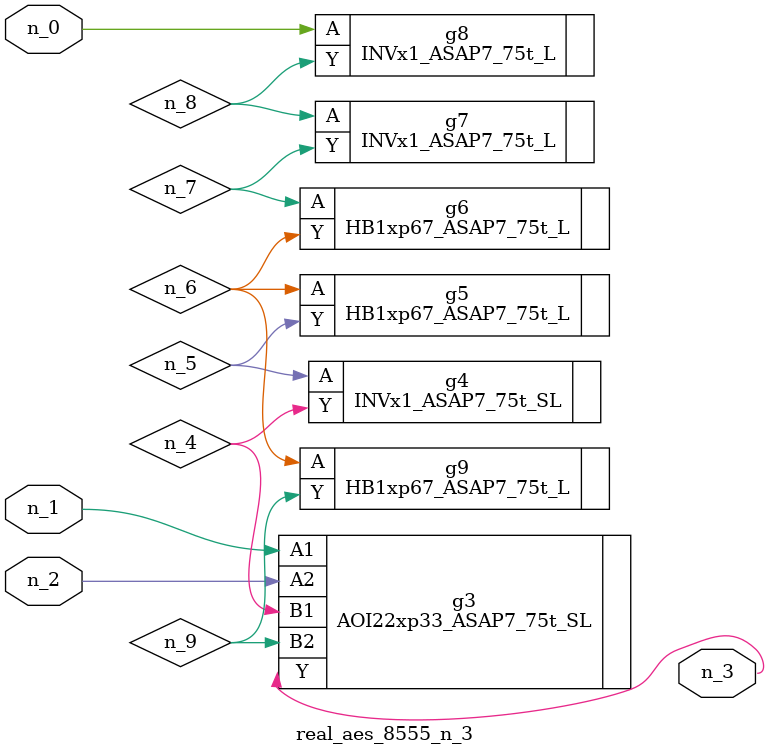
<source format=v>
module real_aes_8555_n_3 (n_0, n_2, n_1, n_3);
input n_0;
input n_2;
input n_1;
output n_3;
wire n_4;
wire n_5;
wire n_7;
wire n_9;
wire n_6;
wire n_8;
INVx1_ASAP7_75t_L g8 ( .A(n_0), .Y(n_8) );
AOI22xp33_ASAP7_75t_SL g3 ( .A1(n_1), .A2(n_2), .B1(n_4), .B2(n_9), .Y(n_3) );
INVx1_ASAP7_75t_SL g4 ( .A(n_5), .Y(n_4) );
HB1xp67_ASAP7_75t_L g5 ( .A(n_6), .Y(n_5) );
HB1xp67_ASAP7_75t_L g9 ( .A(n_6), .Y(n_9) );
HB1xp67_ASAP7_75t_L g6 ( .A(n_7), .Y(n_6) );
INVx1_ASAP7_75t_L g7 ( .A(n_8), .Y(n_7) );
endmodule
</source>
